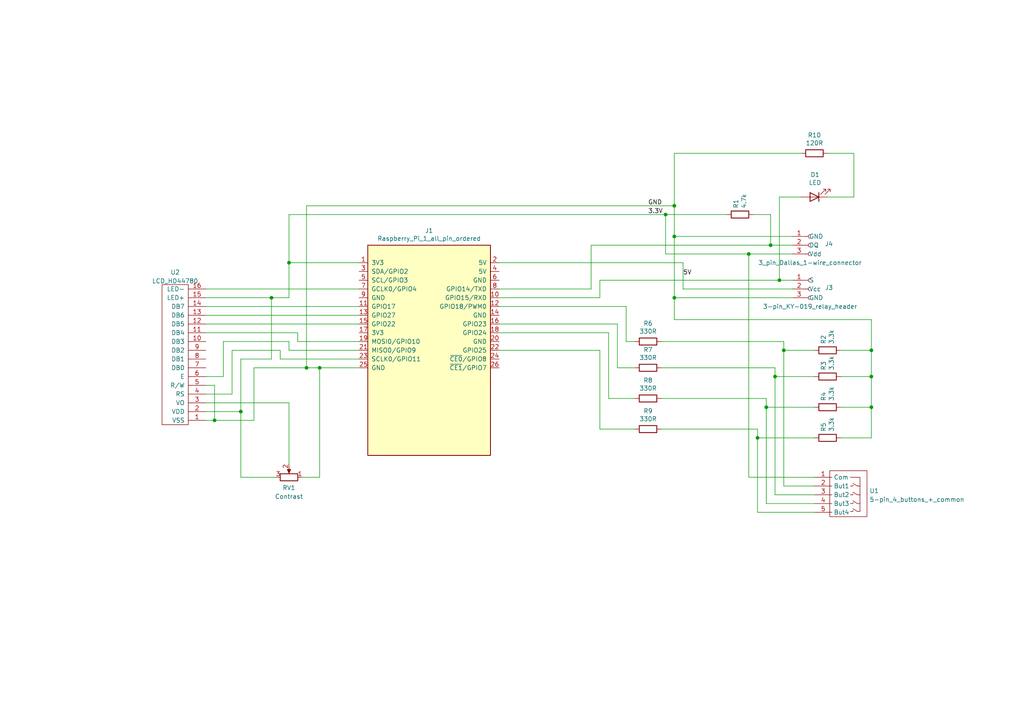
<source format=kicad_sch>
(kicad_sch (version 20211123) (generator eeschema)
  (paper "A4")
  (lib_symbols
    (symbol "Device:LED" (pin_numbers hide) (pin_names (offset 1.016) hide)
      (property "Reference" "D" (at 0 2.54 0))
      (property "Value" "LED" (at 0 -2.54 0))
      (symbol "LED_0_1"
        (polyline (pts (xy -1.27 -1.27) (xy -1.27 1.27)) (stroke (width 0.254)))
        (polyline (pts (xy -1.27 0) (xy 1.27 0)))
        (polyline (pts (xy 1.27 -1.27) (xy 1.27 1.27) (xy -1.27 0) (xy 1.27 -1.27)) (stroke (width 0.254)))
        (polyline (pts (xy -3.048 -0.762) (xy -4.572 -2.286) (xy -3.81 -2.286) (xy -4.572 -2.286) (xy -4.572 -1.524)))
        (polyline (pts (xy -1.778 -0.762) (xy -3.302 -2.286) (xy -2.54 -2.286) (xy -3.302 -2.286) (xy -3.302 -1.524)))
      )
      (symbol "LED_1_1"
        (pin passive line (at -3.81 0 0) (length 2.54) (name "K") (number "1"))
        (pin passive line (at 3.81 0 180) (length 2.54) (name "A") (number "2"))
      )
    )
    (symbol "Device:R" (pin_numbers hide) (pin_names (offset 0))
      (property "Reference" "R" (at 2.032 0 90))
      (property "Value" "R" (at 0 0 90))
      (symbol "R_0_1"
        (rectangle (start -1.016 -2.54) (end 1.016 2.54) (stroke (width 0.254)))
      )
      (symbol "R_1_1"
        (pin passive line (at 0 3.81 270) (length 1.27) (name "~") (number "1"))
        (pin passive line (at 0 -3.81 90) (length 1.27) (name "~") (number "2"))
      )
    )
    (symbol "Device:R_Potentiometer" (pin_names (offset 1.016) hide)
      (property "Reference" "RV" (at -4.445 0 90))
      (property "Value" "R_Potentiometer" (at -2.54 0 90))
      (symbol "R_Potentiometer_0_1"
        (polyline (pts (xy 2.54 0) (xy 1.524 0)))
        (polyline (pts (xy 1.143 0) (xy 2.286 0.508) (xy 2.286 -0.508) (xy 1.143 0)) (fill (type outline)))
        (rectangle (start 1.016 2.54) (end -1.016 -2.54) (stroke (width 0.254)))
      )
      (symbol "R_Potentiometer_1_1"
        (pin passive line (at 0 3.81 270) (length 1.27) (name "1") (number "1"))
        (pin passive line (at 3.81 0 180) (length 1.27) (name "2") (number "2"))
        (pin passive line (at 0 -3.81 90) (length 1.27) (name "3") (number "3"))
      )
    )
    (symbol "My_Headers:3-pin_KY-019_relay_header" (pin_names (offset 1.016))
      (property "Reference" "J" (at 0 5.08 0))
      (symbol "3-pin_KY-019_relay_header_1_1"
        (arc (start 0 -2.032) (mid -0.508 -2.54) (end 0 -3.048) (stroke (width 0.1524)))
        (polyline (pts (xy -1.27 -2.54) (xy -0.508 -2.54)) (stroke (width 0.1524)))
        (polyline (pts (xy -1.27 0) (xy -0.508 0)) (stroke (width 0.1524)))
        (polyline (pts (xy -1.27 2.54) (xy -0.508 2.54)) (stroke (width 0.1524)))
        (arc (start 0 0.508) (mid -0.508 0) (end 0 -0.508) (stroke (width 0.1524)))
        (arc (start 0 3.048) (mid -0.508 2.54) (end 0 2.032) (stroke (width 0.1524)))
        (pin input line (at -5.08 2.54 0) (length 3.81) (name "S") (number "1"))
        (pin power_in line (at -5.08 0 0) (length 3.81) (name "Vcc") (number "2"))
        (pin power_in line (at -5.08 -2.54 0) (length 3.81) (name "GND") (number "3"))
      )
    )
    (symbol "My_Headers:3_pin_Dallas_1-wire_connector" (pin_names (offset 1.016))
      (property "Reference" "J" (at 0 5.08 0))
      (symbol "3_pin_Dallas_1-wire_connector_1_1"
        (arc (start 0 -2.032) (mid -0.508 -2.54) (end 0 -3.048) (stroke (width 0.1524)))
        (polyline (pts (xy -1.27 -2.54) (xy -0.508 -2.54)) (stroke (width 0.1524)))
        (polyline (pts (xy -1.27 0) (xy -0.508 0)) (stroke (width 0.1524)))
        (polyline (pts (xy -1.27 2.54) (xy -0.508 2.54)) (stroke (width 0.1524)))
        (arc (start 0 0.508) (mid -0.508 0) (end 0 -0.508) (stroke (width 0.1524)))
        (arc (start 0 3.048) (mid -0.508 2.54) (end 0 2.032) (stroke (width 0.1524)))
        (pin power_in line (at -5.08 2.54 0) (length 3.81) (name "GND") (number "1"))
        (pin output line (at -5.08 0 0) (length 3.81) (name "DQ") (number "2"))
        (pin power_in line (at -5.08 -2.54 0) (length 3.81) (name "Vdd") (number "3"))
      )
    )
    (symbol "My_Headers:5-pin_4_buttons_+_common"
      (property "Reference" "U" (at 5.08 3.175 0))
      (property "Value" "5-pin_4_buttons_+_common" (at 9.525 -12.7 0))
      (symbol "5-pin_4_buttons_+_common_0_1"
        (polyline (pts (xy 11.176 -1.778) (xy 12.446 -2.54)) (stroke (width 0.1524)))
        (polyline (pts (xy 10.414 -9.906) (xy 11.176 -9.906) (xy 11.176 -9.652)) (stroke (width 0.1524)))
        (polyline (pts (xy 10.414 -7.62) (xy 11.176 -7.62) (xy 11.176 -7.366)) (stroke (width 0.1524)))
        (polyline (pts (xy 10.414 -5.08) (xy 11.176 -5.08) (xy 11.176 -4.826)) (stroke (width 0.1524)))
        (polyline (pts (xy 10.414 -2.54) (xy 11.176 -2.54) (xy 11.176 -2.286)) (stroke (width 0.1524)))
        (polyline (pts (xy 11.176 -6.858) (xy 12.446 -7.62) (xy 13.208 -7.62)) (stroke (width 0.1524)))
        (polyline (pts (xy 12.446 -2.54) (xy 13.208 -2.54) (xy 13.208 -9.906)) (stroke (width 0.1524)))
        (polyline (pts (xy 13.208 -9.906) (xy 12.446 -9.906) (xy 11.176 -9.144)) (stroke (width 0.1524)))
        (polyline (pts (xy 13.208 -5.08) (xy 12.446 -5.08) (xy 11.176 -4.318)) (stroke (width 0.1524)))
        (polyline (pts (xy 13.208 -2.54) (xy 13.208 0) (xy 10.414 0)) (stroke (width 0.1524)))
        (polyline (pts (xy 4.445 1.905) (xy 15.24 1.905) (xy 15.24 -11.43) (xy 4.445 -11.43) (xy 4.445 1.905)) (stroke (width 0.1524)))
      )
      (symbol "5-pin_4_buttons_+_common_1_1"
        (pin input line (at 0 0 0) (length 5.08) (name "Com") (number "1"))
        (pin output line (at 0 -2.54 0) (length 5.08) (name "But1") (number "2"))
        (pin output line (at 0 -5.08 0) (length 5.08) (name "But2") (number "3"))
        (pin output line (at 0 -7.62 0) (length 5.08) (name "But3") (number "4"))
        (pin output line (at 0 -10.16 0) (length 5.08) (name "But4") (number "5"))
      )
    )
    (symbol "My_Headers:LCD_HD44780" (pin_names (offset 1.016))
      (property "Reference" "U" (at 6.35 2.54 0))
      (property "Value" "LCD_HD44780" (at 11.43 -40.64 0))
      (symbol "LCD_HD44780_0_1"
        (rectangle (start 5.08 1.27) (end 12.7 -39.37))
      )
      (symbol "LCD_HD44780_1_1"
        (pin input line (at 0 0 0) (length 5.08) (name "VSS") (number "1"))
        (pin input line (at 0 -22.86 0) (length 5.08) (name "DB3") (number "10"))
        (pin input line (at 0 -25.4 0) (length 5.08) (name "DB4") (number "11"))
        (pin input line (at 0 -27.94 0) (length 5.08) (name "DB5") (number "12"))
        (pin input line (at 0 -30.48 0) (length 5.08) (name "DB6") (number "13"))
        (pin input line (at 0 -33.02 0) (length 5.08) (name "DB7") (number "14"))
        (pin input line (at 0 -35.56 0) (length 5.08) (name "LED+") (number "15"))
        (pin input line (at 0 -38.1 0) (length 5.08) (name "LED-") (number "16"))
        (pin input line (at 0 -2.54 0) (length 5.08) (name "VDD") (number "2"))
        (pin input line (at 0 -5.08 0) (length 5.08) (name "VO") (number "3"))
        (pin input line (at 0 -7.62 0) (length 5.08) (name "RS") (number "4"))
        (pin input line (at 0 -10.16 0) (length 5.08) (name "R/W") (number "5"))
        (pin input line (at 0 -12.7 0) (length 5.08) (name "E") (number "6"))
        (pin input line (at 0 -15.24 0) (length 5.08) (name "DB0") (number "7"))
        (pin input line (at 0 -17.78 0) (length 5.08) (name "DB1") (number "8"))
        (pin input line (at 0 -20.32 0) (length 5.08) (name "DB2") (number "9"))
      )
    )
    (symbol "My_RaspberryPi:Raspberry_Pi_1_all_pin_ordered" (pin_names (offset 1.016))
      (property "Reference" "J" (at -17.78 31.75 0))
      (property "Value" "Raspberry_Pi_1_all_pin_ordered" (at 10.16 -31.75 0))
      (symbol "Raspberry_Pi_1_all_pin_ordered_0_1"
        (rectangle (start -17.78 30.48) (end 17.78 -30.48) (stroke (width 0.254)) (fill (type background)))
      )
      (symbol "Raspberry_Pi_1_all_pin_ordered_1_1"
        (pin power_in line (at -20.32 25.4 0) (length 2.54) (name "3V3") (number "1"))
        (pin bidirectional line (at 20.32 15.24 180) (length 2.54) (name "GPIO15/RXD") (number "10"))
        (pin bidirectional line (at -20.32 12.7 0) (length 2.54) (name "GPIO17") (number "11"))
        (pin bidirectional line (at 20.32 12.7 180) (length 2.54) (name "GPIO18/PWM0") (number "12"))
        (pin bidirectional line (at -20.32 10.16 0) (length 2.54) (name "GPIO27") (number "13"))
        (pin power_in line (at 20.32 10.16 180) (length 2.54) (name "GND") (number "14"))
        (pin bidirectional line (at -20.32 7.62 0) (length 2.54) (name "GPIO22") (number "15"))
        (pin bidirectional line (at 20.32 7.62 180) (length 2.54) (name "GPIO23") (number "16"))
        (pin power_in line (at -20.32 5.08 0) (length 2.54) (name "3V3") (number "17"))
        (pin bidirectional line (at 20.32 5.08 180) (length 2.54) (name "GPIO24") (number "18"))
        (pin bidirectional line (at -20.32 2.54 0) (length 2.54) (name "MOSI0/GPIO10") (number "19"))
        (pin power_in line (at 20.32 25.4 180) (length 2.54) (name "5V") (number "2"))
        (pin power_in line (at 20.32 2.54 180) (length 2.54) (name "GND") (number "20"))
        (pin bidirectional line (at -20.32 0 0) (length 2.54) (name "MISO0/GPIO9") (number "21"))
        (pin bidirectional line (at 20.32 0 180) (length 2.54) (name "GPIO25") (number "22"))
        (pin bidirectional line (at -20.32 -2.54 0) (length 2.54) (name "SCLK0/GPIO11") (number "23"))
        (pin bidirectional line (at 20.32 -2.54 180) (length 2.54) (name "~{CE0}/GPIO8") (number "24"))
        (pin power_in line (at -20.32 -5.08 0) (length 2.54) (name "GND") (number "25"))
        (pin bidirectional line (at 20.32 -5.08 180) (length 2.54) (name "~{CE1}/GPIO7") (number "26"))
        (pin bidirectional line (at -20.32 22.86 0) (length 2.54) (name "SDA/GPIO2") (number "3"))
        (pin power_in line (at 20.32 22.86 180) (length 2.54) (name "5V") (number "4"))
        (pin bidirectional line (at -20.32 20.32 0) (length 2.54) (name "SCL/GPIO3") (number "5"))
        (pin power_in line (at 20.32 20.32 180) (length 2.54) (name "GND") (number "6"))
        (pin bidirectional line (at -20.32 17.78 0) (length 2.54) (name "GCLK0/GPIO4") (number "7"))
        (pin bidirectional line (at 20.32 17.78 180) (length 2.54) (name "GPIO14/TXD") (number "8"))
        (pin power_in line (at -20.32 15.24 0) (length 2.54) (name "GND") (number "9"))
      )
    )
  )
  (junction (at 252.73 118.11))
  (junction (at 88.9 106.68))
  (junction (at 193.04 62.23))
  (junction (at 252.73 101.6))
  (junction (at 195.58 68.58))
  (junction (at 195.58 59.69))
  (junction (at 217.17 73.66))
  (junction (at 224.79 109.22))
  (junction (at 78.74 86.36))
  (junction (at 62.23 121.92))
  (junction (at 222.25 118.11))
  (junction (at 219.71 127))
  (junction (at 252.73 109.22))
  (junction (at 69.85 119.38))
  (junction (at 92.71 106.68))
  (junction (at 223.52 71.12))
  (junction (at 83.82 76.2))
  (junction (at 227.33 101.6))
  (junction (at 226.06 81.28))
  (junction (at 195.58 86.36))
  (wire (pts (xy 184.15 99.06) (xy 181.61 99.06)))
  (wire (pts (xy 218.44 62.23) (xy 223.52 62.23)))
  (wire (pts (xy 252.73 127) (xy 252.73 118.11)))
  (wire (pts (xy 64.77 99.06) (xy 83.82 99.06)))
  (wire (pts (xy 88.9 59.69) (xy 88.9 106.68)))
  (wire (pts (xy 173.99 86.36) (xy 144.78 86.36)))
  (wire (pts (xy 181.61 88.9) (xy 144.78 88.9)))
  (wire (pts (xy 252.73 109.22) (xy 252.73 101.6)))
  (wire (pts (xy 59.69 96.52) (xy 86.36 96.52)))
  (wire (pts (xy 171.45 83.82) (xy 144.78 83.82)))
  (wire (pts (xy 69.85 104.14) (xy 69.85 119.38)))
  (wire (pts (xy 69.85 104.14) (xy 78.74 104.14)))
  (wire (pts (xy 83.82 134.62) (xy 83.82 116.84)))
  (wire (pts (xy 87.63 138.43) (xy 92.71 138.43)))
  (wire (pts (xy 184.15 106.68) (xy 179.07 106.68)))
  (wire (pts (xy 223.52 71.12) (xy 229.87 71.12)))
  (wire (pts (xy 219.71 127) (xy 219.71 148.59)))
  (wire (pts (xy 191.77 115.57) (xy 222.25 115.57)))
  (wire (pts (xy 217.17 73.66) (xy 193.04 73.66)))
  (wire (pts (xy 191.77 99.06) (xy 227.33 99.06)))
  (wire (pts (xy 171.45 71.12) (xy 171.45 83.82)))
  (wire (pts (xy 195.58 59.69) (xy 195.58 68.58)))
  (wire (pts (xy 104.14 101.6) (xy 83.82 101.6)))
  (wire (pts (xy 179.07 106.68) (xy 179.07 93.98)))
  (wire (pts (xy 73.66 121.92) (xy 62.23 121.92)))
  (wire (pts (xy 252.73 109.22) (xy 243.84 109.22)))
  (wire (pts (xy 232.41 44.45) (xy 195.58 44.45)))
  (wire (pts (xy 173.99 124.46) (xy 184.15 124.46)))
  (wire (pts (xy 224.79 109.22) (xy 224.79 143.51)))
  (wire (pts (xy 226.06 57.15) (xy 232.41 57.15)))
  (wire (pts (xy 223.52 62.23) (xy 223.52 71.12)))
  (wire (pts (xy 78.74 86.36) (xy 83.82 86.36)))
  (wire (pts (xy 181.61 88.9) (xy 181.61 99.06)))
  (wire (pts (xy 173.99 81.28) (xy 173.99 86.36)))
  (wire (pts (xy 171.45 71.12) (xy 223.52 71.12)))
  (wire (pts (xy 252.73 92.71) (xy 252.73 101.6)))
  (wire (pts (xy 88.9 106.68) (xy 73.66 106.68)))
  (wire (pts (xy 236.22 101.6) (xy 227.33 101.6)))
  (wire (pts (xy 176.53 96.52) (xy 176.53 115.57)))
  (wire (pts (xy 59.69 88.9) (xy 104.14 88.9)))
  (wire (pts (xy 86.36 99.06) (xy 86.36 96.52)))
  (wire (pts (xy 198.12 83.82) (xy 198.12 76.2)))
  (wire (pts (xy 67.31 101.6) (xy 67.31 114.3)))
  (wire (pts (xy 104.14 104.14) (xy 81.28 104.14)))
  (wire (pts (xy 236.22 109.22) (xy 224.79 109.22)))
  (wire (pts (xy 64.77 109.22) (xy 59.69 109.22)))
  (wire (pts (xy 227.33 140.97) (xy 236.22 140.97)))
  (wire (pts (xy 240.03 57.15) (xy 247.65 57.15)))
  (wire (pts (xy 92.71 106.68) (xy 88.9 106.68)))
  (wire (pts (xy 226.06 81.28) (xy 226.06 57.15)))
  (wire (pts (xy 67.31 114.3) (xy 59.69 114.3)))
  (wire (pts (xy 176.53 115.57) (xy 184.15 115.57)))
  (wire (pts (xy 83.82 62.23) (xy 193.04 62.23)))
  (wire (pts (xy 227.33 101.6) (xy 227.33 99.06)))
  (wire (pts (xy 73.66 106.68) (xy 73.66 121.92)))
  (wire (pts (xy 144.78 96.52) (xy 176.53 96.52)))
  (wire (pts (xy 229.87 81.28) (xy 226.06 81.28)))
  (wire (pts (xy 83.82 101.6) (xy 83.82 99.06)))
  (wire (pts (xy 252.73 118.11) (xy 243.84 118.11)))
  (wire (pts (xy 83.82 76.2) (xy 83.82 62.23)))
  (wire (pts (xy 219.71 148.59) (xy 236.22 148.59)))
  (wire (pts (xy 59.69 91.44) (xy 104.14 91.44)))
  (wire (pts (xy 222.25 146.05) (xy 236.22 146.05)))
  (wire (pts (xy 83.82 116.84) (xy 59.69 116.84)))
  (wire (pts (xy 243.84 127) (xy 252.73 127)))
  (wire (pts (xy 229.87 68.58) (xy 195.58 68.58)))
  (wire (pts (xy 224.79 143.51) (xy 236.22 143.51)))
  (wire (pts (xy 217.17 73.66) (xy 217.17 138.43)))
  (wire (pts (xy 193.04 62.23) (xy 210.82 62.23)))
  (wire (pts (xy 104.14 106.68) (xy 92.71 106.68)))
  (wire (pts (xy 59.69 83.82) (xy 104.14 83.82)))
  (wire (pts (xy 92.71 106.68) (xy 92.71 138.43)))
  (wire (pts (xy 195.58 86.36) (xy 195.58 92.71)))
  (wire (pts (xy 229.87 83.82) (xy 198.12 83.82)))
  (wire (pts (xy 252.73 101.6) (xy 243.84 101.6)))
  (wire (pts (xy 226.06 81.28) (xy 173.99 81.28)))
  (wire (pts (xy 236.22 127) (xy 219.71 127)))
  (wire (pts (xy 59.69 86.36) (xy 78.74 86.36)))
  (wire (pts (xy 59.69 93.98) (xy 104.14 93.98)))
  (wire (pts (xy 229.87 73.66) (xy 217.17 73.66)))
  (wire (pts (xy 59.69 111.76) (xy 62.23 111.76)))
  (wire (pts (xy 88.9 59.69) (xy 195.58 59.69)))
  (wire (pts (xy 67.31 101.6) (xy 81.28 101.6)))
  (wire (pts (xy 219.71 127) (xy 219.71 124.46)))
  (wire (pts (xy 222.25 118.11) (xy 222.25 146.05)))
  (wire (pts (xy 81.28 104.14) (xy 81.28 101.6)))
  (wire (pts (xy 144.78 101.6) (xy 173.99 101.6)))
  (wire (pts (xy 62.23 111.76) (xy 62.23 121.92)))
  (wire (pts (xy 195.58 44.45) (xy 195.58 59.69)))
  (wire (pts (xy 62.23 121.92) (xy 59.69 121.92)))
  (wire (pts (xy 191.77 124.46) (xy 219.71 124.46)))
  (wire (pts (xy 195.58 92.71) (xy 252.73 92.71)))
  (wire (pts (xy 193.04 62.23) (xy 193.04 73.66)))
  (wire (pts (xy 236.22 138.43) (xy 217.17 138.43)))
  (wire (pts (xy 227.33 101.6) (xy 227.33 140.97)))
  (wire (pts (xy 83.82 76.2) (xy 104.14 76.2)))
  (wire (pts (xy 191.77 106.68) (xy 224.79 106.68)))
  (wire (pts (xy 222.25 118.11) (xy 222.25 115.57)))
  (wire (pts (xy 80.01 138.43) (xy 69.85 138.43)))
  (wire (pts (xy 229.87 86.36) (xy 195.58 86.36)))
  (wire (pts (xy 224.79 109.22) (xy 224.79 106.68)))
  (wire (pts (xy 179.07 93.98) (xy 144.78 93.98)))
  (wire (pts (xy 64.77 99.06) (xy 64.77 109.22)))
  (wire (pts (xy 236.22 118.11) (xy 222.25 118.11)))
  (wire (pts (xy 247.65 57.15) (xy 247.65 44.45)))
  (wire (pts (xy 104.14 99.06) (xy 86.36 99.06)))
  (wire (pts (xy 69.85 119.38) (xy 69.85 138.43)))
  (wire (pts (xy 247.65 44.45) (xy 240.03 44.45)))
  (wire (pts (xy 69.85 119.38) (xy 59.69 119.38)))
  (wire (pts (xy 144.78 76.2) (xy 198.12 76.2)))
  (wire (pts (xy 78.74 86.36) (xy 78.74 104.14)))
  (wire (pts (xy 83.82 86.36) (xy 83.82 76.2)))
  (wire (pts (xy 195.58 68.58) (xy 195.58 86.36)))
  (wire (pts (xy 173.99 101.6) (xy 173.99 124.46)))
  (wire (pts (xy 252.73 118.11) (xy 252.73 109.22)))
  (label "GND" (at 187.96 59.69 0))
  (label "3.3V" (at 187.96 62.23 0))
  (label "5V" (at 198.12 80.01 0))
  (symbol (lib_id "My_Headers:3-pin_KY-019_relay_header") (at 234.95 83.82 0) (unit 1)
    (property "Reference" "J3" (at 239.2426 83.439 0) (effects (justify left)))
    (property "Value" "3-pin_KY-019_relay_header" (at 234.95 88.9 0))
    (property "Footprint" "My_Headers:3-pin JST KY-019 relay" (effects hide))
  )
  (symbol (lib_id "My_Headers:3_pin_Dallas_1-wire_connector") (at 234.95 71.12 0) (unit 1)
    (property "Reference" "J4" (at 239.2426 70.739 0) (effects (justify left)))
    (property "Value" "3_pin_Dallas_1-wire_connector" (at 234.95 76.2 0))
    (property "Footprint" "My_Headers:3-pin JST DS18B20" (effects hide))
  )
  (symbol (lib_id "Device:R") (at 214.63 62.23 90) (unit 1)
    (property "Reference" "R1" (at 213.4616 60.452 0) (effects (justify left)))
    (property "Value" "4.7k" (at 215.773 60.452 0) (effects (justify left)))
    (property "Footprint" "My_Misc:R_Axial_DIN0207_L6.3mm_D2.5mm_P10.16mm_Horizontal_larger_pads" (effects hide))
  )
  (symbol (lib_id "Device:R") (at 240.03 101.6 90) (unit 1)
    (property "Reference" "R2" (at 238.8616 99.822 0) (effects (justify left)))
    (property "Value" "3.3k" (at 241.173 99.822 0) (effects (justify left)))
    (property "Footprint" "My_Misc:R_Axial_DIN0207_L6.3mm_D2.5mm_P10.16mm_Horizontal_larger_pads" (effects hide))
  )
  (symbol (lib_id "Device:R") (at 240.03 109.22 90) (unit 1)
    (property "Reference" "R3" (at 238.8616 107.442 0) (effects (justify left)))
    (property "Value" "3.3k" (at 241.173 107.442 0) (effects (justify left)))
    (property "Footprint" "My_Misc:R_Axial_DIN0207_L6.3mm_D2.5mm_P10.16mm_Horizontal_larger_pads" (effects hide))
  )
  (symbol (lib_id "Device:R") (at 240.03 118.11 90) (unit 1)
    (property "Reference" "R4" (at 238.8616 116.332 0) (effects (justify left)))
    (property "Value" "3.3k" (at 241.173 116.332 0) (effects (justify left)))
    (property "Footprint" "My_Misc:R_Axial_DIN0207_L6.3mm_D2.5mm_P10.16mm_Horizontal_larger_pads" (effects hide))
  )
  (symbol (lib_id "Device:R") (at 240.03 127 90) (unit 1)
    (property "Reference" "R5" (at 238.8616 125.222 0) (effects (justify left)))
    (property "Value" "3.3k" (at 241.173 125.222 0) (effects (justify left)))
    (property "Footprint" "My_Misc:R_Axial_DIN0207_L6.3mm_D2.5mm_P10.16mm_Horizontal_larger_pads" (effects hide))
  )
  (symbol (lib_id "Device:LED") (at 236.22 57.15 180) (unit 1)
    (property "Reference" "D1" (at 236.3978 50.673 0))
    (property "Value" "LED" (at 236.3978 52.9844 0))
    (property "Footprint" "My_Misc:LED_D5.0mm_large" (effects hide))
  )
  (symbol (lib_id "Device:R") (at 236.22 44.45 270) (unit 1)
    (property "Reference" "R10" (at 236.22 39.1922 90))
    (property "Value" "120R" (at 236.22 41.5036 90))
    (property "Footprint" "My_Misc:R_Axial_DIN0207_L6.3mm_D2.5mm_P10.16mm_Horizontal_larger_pads" (effects hide))
  )
  (symbol (lib_id "My_RaspberryPi:Raspberry_Pi_1_all_pin_ordered") (at 124.46 101.6 0) (unit 1)
    (property "Reference" "J1" (at 124.46 66.8782 0))
    (property "Value" "Raspberry_Pi_1_all_pin_ordered" (at 124.46 69.1896 0))
    (property "Footprint" "My_RaspberryPi:Raspberry_Pi_Hat_2x13_pin_GPIO_larger_pads" (effects hide))
    (property "Datasheet" "https://www.raspberrypi.org/documentation/hardware/raspberrypi/schematics/rpi_SCH_3bplus_1p0_reduced.pdf" (effects hide))
  )
  (symbol (lib_id "Device:R") (at 187.96 99.06 270) (unit 1)
    (property "Reference" "R6" (at 187.96 93.8022 90))
    (property "Value" "330R" (at 187.96 96.1136 90))
    (property "Footprint" "My_Misc:R_Axial_DIN0207_L6.3mm_D2.5mm_P10.16mm_Horizontal_larger_pads" (effects hide))
  )
  (symbol (lib_id "Device:R") (at 187.96 106.68 270) (unit 1)
    (property "Reference" "R7" (at 187.96 101.4222 90))
    (property "Value" "330R" (at 187.96 103.7336 90))
    (property "Footprint" "My_Misc:R_Axial_DIN0207_L6.3mm_D2.5mm_P10.16mm_Horizontal_larger_pads" (effects hide))
  )
  (symbol (lib_id "Device:R") (at 187.96 115.57 270) (unit 1)
    (property "Reference" "R8" (at 187.96 110.3122 90))
    (property "Value" "330R" (at 187.96 112.6236 90))
    (property "Footprint" "My_Misc:R_Axial_DIN0207_L6.3mm_D2.5mm_P10.16mm_Horizontal_larger_pads" (effects hide))
  )
  (symbol (lib_id "Device:R") (at 187.96 124.46 270) (unit 1)
    (property "Reference" "R9" (at 187.96 119.2022 90))
    (property "Value" "330R" (at 187.96 121.5136 90))
    (property "Footprint" "My_Misc:R_Axial_DIN0207_L6.3mm_D2.5mm_P10.16mm_Horizontal_larger_pads" (effects hide))
  )
  (symbol (lib_id "My_Headers:5-pin_4_buttons_+_common") (at 236.22 138.43 0) (unit 1)
    (property "Reference" "U1" (at 252.1712 142.3578 0) (effects (justify left)))
    (property "Value" "5-pin_4_buttons_+_common" (at 252.1712 144.8947 0) (effects (justify left)))
    (property "Footprint" "My_Headers:5-pin JST 4 buttons + common" (effects hide))
  )
  (symbol (lib_id "My_Headers:LCD_HD44780") (at 59.69 121.92 180) (unit 1)
    (property "Reference" "U2" (at 50.8 78.9772 0))
    (property "Value" "LCD_HD44780" (at 50.8 81.5141 0))
    (property "Footprint" "My_Parts:LCD_HD44780_16x2_w_headers_large" (effects hide))
  )
  (symbol (lib_id "Device:R_Potentiometer") (at 83.82 138.43 270) (mirror x) (unit 1)
    (property "Reference" "RV1" (at 83.82 141.4764 90))
    (property "Value" "Contrast" (at 83.82 144.0133 90))
    (property "Footprint" "My_Misc:Potentiometer_Bourns_3339P_Vertical_large" (effects hide))
  )
)
</source>
